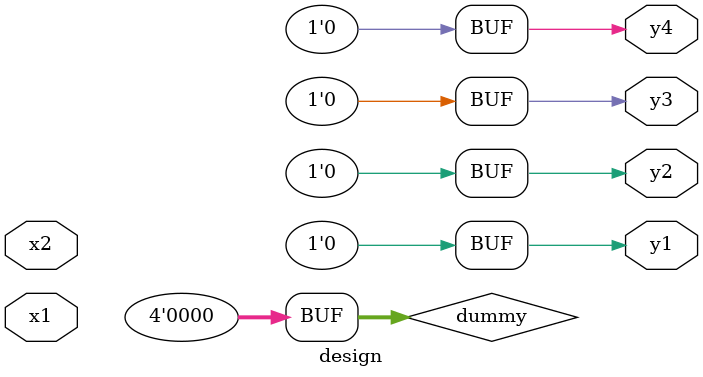
<source format=v>
`timescale 1ns / 1ps


module design(
    input x1,
    input x2,
    output y1,
    output y2,
    output y3,
    output y4
    );
    
    reg [3:0] dummy = 0;
    
    assign y1 = dummy[0];
    assign y2 = dummy[1];
    assign y3 = dummy[2];
    assign y4 = dummy[3];
    
endmodule

</source>
